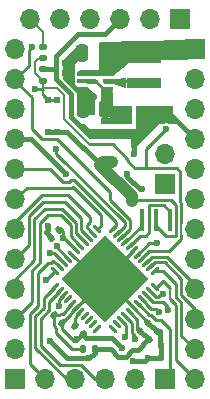
<source format=gbr>
%TF.GenerationSoftware,KiCad,Pcbnew,8.0.9-8.0.9-0~ubuntu22.04.1*%
%TF.CreationDate,2025-03-06T08:39:20+01:00*%
%TF.ProjectId,HB_Pro_Mini_ATMEGA1284P_FUEL4EP,48425f50-726f-45f4-9d69-6e695f41544d,V1.4*%
%TF.SameCoordinates,Original*%
%TF.FileFunction,Copper,L1,Top*%
%TF.FilePolarity,Positive*%
%FSLAX46Y46*%
G04 Gerber Fmt 4.6, Leading zero omitted, Abs format (unit mm)*
G04 Created by KiCad (PCBNEW 8.0.9-8.0.9-0~ubuntu22.04.1) date 2025-03-06 08:39:20*
%MOMM*%
%LPD*%
G01*
G04 APERTURE LIST*
G04 Aperture macros list*
%AMRoundRect*
0 Rectangle with rounded corners*
0 $1 Rounding radius*
0 $2 $3 $4 $5 $6 $7 $8 $9 X,Y pos of 4 corners*
0 Add a 4 corners polygon primitive as box body*
4,1,4,$2,$3,$4,$5,$6,$7,$8,$9,$2,$3,0*
0 Add four circle primitives for the rounded corners*
1,1,$1+$1,$2,$3*
1,1,$1+$1,$4,$5*
1,1,$1+$1,$6,$7*
1,1,$1+$1,$8,$9*
0 Add four rect primitives between the rounded corners*
20,1,$1+$1,$2,$3,$4,$5,0*
20,1,$1+$1,$4,$5,$6,$7,0*
20,1,$1+$1,$6,$7,$8,$9,0*
20,1,$1+$1,$8,$9,$2,$3,0*%
%AMRotRect*
0 Rectangle, with rotation*
0 The origin of the aperture is its center*
0 $1 length*
0 $2 width*
0 $3 Rotation angle, in degrees counterclockwise*
0 Add horizontal line*
21,1,$1,$2,0,0,$3*%
G04 Aperture macros list end*
%TA.AperFunction,SMDPad,CuDef*%
%ADD10RoundRect,0.140000X0.021213X-0.219203X0.219203X-0.021213X-0.021213X0.219203X-0.219203X0.021213X0*%
%TD*%
%TA.AperFunction,SMDPad,CuDef*%
%ADD11R,1.000000X1.500000*%
%TD*%
%TA.AperFunction,SMDPad,CuDef*%
%ADD12R,0.400000X1.900000*%
%TD*%
%TA.AperFunction,SMDPad,CuDef*%
%ADD13RoundRect,0.250000X0.250000X0.475000X-0.250000X0.475000X-0.250000X-0.475000X0.250000X-0.475000X0*%
%TD*%
%TA.AperFunction,SMDPad,CuDef*%
%ADD14RoundRect,0.140000X-0.219203X-0.021213X-0.021213X-0.219203X0.219203X0.021213X0.021213X0.219203X0*%
%TD*%
%TA.AperFunction,SMDPad,CuDef*%
%ADD15RoundRect,0.140000X0.170000X-0.140000X0.170000X0.140000X-0.170000X0.140000X-0.170000X-0.140000X0*%
%TD*%
%TA.AperFunction,SMDPad,CuDef*%
%ADD16RoundRect,0.100000X-0.350000X-0.100000X0.350000X-0.100000X0.350000X0.100000X-0.350000X0.100000X0*%
%TD*%
%TA.AperFunction,SMDPad,CuDef*%
%ADD17RoundRect,0.140000X-0.021213X0.219203X-0.219203X0.021213X0.021213X-0.219203X0.219203X-0.021213X0*%
%TD*%
%TA.AperFunction,SMDPad,CuDef*%
%ADD18R,0.550000X0.550000*%
%TD*%
%TA.AperFunction,ComponentPad*%
%ADD19R,1.700000X1.700000*%
%TD*%
%TA.AperFunction,ComponentPad*%
%ADD20O,1.700000X1.700000*%
%TD*%
%TA.AperFunction,SMDPad,CuDef*%
%ADD21RoundRect,0.062500X0.220971X0.309359X-0.309359X-0.220971X-0.220971X-0.309359X0.309359X0.220971X0*%
%TD*%
%TA.AperFunction,SMDPad,CuDef*%
%ADD22RoundRect,0.062500X-0.220971X0.309359X-0.309359X0.220971X0.220971X-0.309359X0.309359X-0.220971X0*%
%TD*%
%TA.AperFunction,HeatsinkPad*%
%ADD23C,0.500000*%
%TD*%
%TA.AperFunction,HeatsinkPad*%
%ADD24RotRect,5.150000X5.150000X225.000000*%
%TD*%
%TA.AperFunction,SMDPad,CuDef*%
%ADD25R,3.000000X0.900000*%
%TD*%
%TA.AperFunction,SMDPad,CuDef*%
%ADD26RoundRect,0.135000X-0.185000X0.135000X-0.185000X-0.135000X0.185000X-0.135000X0.185000X0.135000X0*%
%TD*%
%TA.AperFunction,SMDPad,CuDef*%
%ADD27RoundRect,0.135000X0.135000X0.185000X-0.135000X0.185000X-0.135000X-0.185000X0.135000X-0.185000X0*%
%TD*%
%TA.AperFunction,SMDPad,CuDef*%
%ADD28RoundRect,0.140000X0.219203X0.021213X0.021213X0.219203X-0.219203X-0.021213X-0.021213X-0.219203X0*%
%TD*%
%TA.AperFunction,ViaPad*%
%ADD29C,0.600000*%
%TD*%
%TA.AperFunction,Conductor*%
%ADD30C,0.400000*%
%TD*%
%TA.AperFunction,Conductor*%
%ADD31C,0.250000*%
%TD*%
%TA.AperFunction,Conductor*%
%ADD32C,1.000000*%
%TD*%
%TA.AperFunction,Conductor*%
%ADD33C,0.200000*%
%TD*%
G04 APERTURE END LIST*
D10*
%TO.P,C7,1*%
%TO.N,VCC*%
X11861800Y5384800D03*
%TO.P,C7,2*%
%TO.N,GND*%
X12540622Y6063622D03*
%TD*%
D11*
%TO.P,JP1,1,A*%
%TO.N,VCC*%
X11988800Y23622000D03*
%TO.P,JP1,2,B*%
%TO.N,/Vboost*%
X10688800Y23622000D03*
%TD*%
D12*
%TO.P,Y2,1,1*%
%TO.N,Net-(U1-XTAL1)*%
X11976400Y14732000D03*
%TO.P,Y2,2,2*%
%TO.N,GND*%
X13176400Y14732000D03*
%TO.P,Y2,3,3*%
%TO.N,Net-(U1-XTAL2)*%
X14376400Y14732000D03*
%TD*%
D13*
%TO.P,C2,1*%
%TO.N,V_accu*%
X8859600Y28905200D03*
%TO.P,C2,2*%
%TO.N,GND*%
X6959600Y28905200D03*
%TD*%
D14*
%TO.P,C4,1*%
%TO.N,Net-(U1-AREF)*%
X6306178Y5809622D03*
%TO.P,C4,2*%
%TO.N,GND*%
X6985000Y5130800D03*
%TD*%
D13*
%TO.P,C3,1*%
%TO.N,/Vboost*%
X8890000Y24130000D03*
%TO.P,C3,2*%
%TO.N,GND*%
X6990000Y24130000D03*
%TD*%
D15*
%TO.P,C1,1*%
%TO.N,/RSETB*%
X3606800Y28498800D03*
%TO.P,C1,2*%
%TO.N,/DTR*%
X3606800Y29458800D03*
%TD*%
D16*
%TO.P,U2,1,VIN*%
%TO.N,V_accu*%
X6944000Y27157200D03*
%TO.P,U2,2,FB*%
%TO.N,/Vboost*%
X6944000Y26507200D03*
%TO.P,U2,3,GND*%
%TO.N,GND*%
X6944000Y25857200D03*
%TO.P,U2,4,VOUT*%
%TO.N,/Vboost*%
X9144000Y25857200D03*
%TO.P,U2,5,L*%
%TO.N,/L*%
X9144000Y26507200D03*
%TO.P,U2,6,EN*%
%TO.N,V_accu*%
X9144000Y27157200D03*
%TD*%
D17*
%TO.P,C6,1*%
%TO.N,VCC*%
X4987611Y13953811D03*
%TO.P,C6,2*%
%TO.N,GND*%
X4308789Y13274989D03*
%TD*%
D18*
%TO.P,S1,A1*%
%TO.N,GND*%
X4076000Y22242000D03*
%TO.P,S1,A2*%
X4826000Y22242000D03*
%TO.P,S1,B1*%
%TO.N,/RSETB*%
X4076000Y24892000D03*
%TO.P,S1,B2*%
X4826000Y24892000D03*
%TD*%
D19*
%TO.P,J1,1,Pin_1*%
%TO.N,GND*%
X15240000Y31750000D03*
D20*
%TO.P,J1,2,Pin_2*%
X12700000Y31750000D03*
%TO.P,J1,3,Pin_3*%
%TO.N,VCC*%
X10160000Y31750000D03*
%TO.P,J1,4,Pin_4*%
%TO.N,/RXD0*%
X7620000Y31750000D03*
%TO.P,J1,5,Pin_5*%
%TO.N,/TXD0*%
X5080000Y31750000D03*
%TO.P,J1,6,Pin_6*%
%TO.N,/DTR*%
X2540000Y31750000D03*
%TD*%
D21*
%TO.P,U1,1,PB5*%
%TO.N,/MOSI*%
X13085934Y10434466D03*
%TO.P,U1,2,PB6*%
%TO.N,/MISO*%
X12732380Y10788019D03*
%TO.P,U1,3,PB7*%
%TO.N,/SCK*%
X12378827Y11141572D03*
%TO.P,U1,4,~{RESET}*%
%TO.N,/RSETB*%
X12025273Y11495126D03*
%TO.P,U1,5,VCC*%
%TO.N,VCC*%
X11671720Y11848679D03*
%TO.P,U1,6,GND*%
%TO.N,GND*%
X11318167Y12202233D03*
%TO.P,U1,7,XTAL2*%
%TO.N,Net-(U1-XTAL2)*%
X10964613Y12555786D03*
%TO.P,U1,8,XTAL1*%
%TO.N,Net-(U1-XTAL1)*%
X10611060Y12909339D03*
%TO.P,U1,9,PD0*%
%TO.N,/RXD0*%
X10257506Y13262893D03*
%TO.P,U1,10,PD1*%
%TO.N,/TXD0*%
X9903953Y13616446D03*
%TO.P,U1,11,PD2*%
%TO.N,/D2*%
X9550400Y13970000D03*
D22*
%TO.P,U1,12,PD3*%
%TO.N,/D3*%
X8224574Y13970000D03*
%TO.P,U1,13,PD4*%
%TO.N,/D4*%
X7871021Y13616446D03*
%TO.P,U1,14,PD5*%
%TO.N,/D5*%
X7517468Y13262893D03*
%TO.P,U1,15,PD6*%
%TO.N,/D6*%
X7163914Y12909339D03*
%TO.P,U1,16,PD7*%
%TO.N,/D7*%
X6810361Y12555786D03*
%TO.P,U1,17,VCC*%
%TO.N,VCC*%
X6456807Y12202233D03*
%TO.P,U1,18,GND*%
%TO.N,GND*%
X6103254Y11848679D03*
%TO.P,U1,19,PC0*%
%TO.N,/SCL*%
X5749701Y11495126D03*
%TO.P,U1,20,PC1*%
%TO.N,/SDA*%
X5396147Y11141572D03*
%TO.P,U1,21,PC2*%
%TO.N,/TCK*%
X5042594Y10788019D03*
%TO.P,U1,22,PC3*%
%TO.N,/TMS*%
X4689040Y10434466D03*
D21*
%TO.P,U1,23,PC4*%
%TO.N,/TDO*%
X4689040Y9108640D03*
%TO.P,U1,24,PC5*%
%TO.N,/TDI*%
X5042594Y8755087D03*
%TO.P,U1,25,PC6*%
%TO.N,/TOSC*%
X5396147Y8401534D03*
%TO.P,U1,26,PC7*%
%TO.N,unconnected-(U1-PC7-Pad26)*%
X5749701Y8047980D03*
%TO.P,U1,27,AVCC*%
%TO.N,/VAVCC*%
X6103254Y7694427D03*
%TO.P,U1,28,GND*%
%TO.N,GND*%
X6456807Y7340873D03*
%TO.P,U1,29,AREF*%
%TO.N,Net-(U1-AREF)*%
X6810361Y6987320D03*
%TO.P,U1,30,PA7*%
%TO.N,unconnected-(U1-PA7-Pad30)*%
X7163914Y6633767D03*
%TO.P,U1,31,PA6*%
%TO.N,unconnected-(U1-PA6-Pad31)*%
X7517468Y6280213D03*
%TO.P,U1,32,PA5*%
%TO.N,unconnected-(U1-PA5-Pad32)*%
X7871021Y5926660D03*
%TO.P,U1,33,PA4*%
%TO.N,unconnected-(U1-PA4-Pad33)*%
X8224574Y5573106D03*
D22*
%TO.P,U1,34,PA3*%
%TO.N,unconnected-(U1-PA3-Pad34)*%
X9550400Y5573106D03*
%TO.P,U1,35,PA2*%
%TO.N,unconnected-(U1-PA2-Pad35)*%
X9903953Y5926660D03*
%TO.P,U1,36,PA1*%
%TO.N,/A1*%
X10257506Y6280213D03*
%TO.P,U1,37,PA0*%
%TO.N,/A0*%
X10611060Y6633767D03*
%TO.P,U1,38,VCC*%
%TO.N,VCC*%
X10964613Y6987320D03*
%TO.P,U1,39,GND*%
%TO.N,GND*%
X11318167Y7340873D03*
%TO.P,U1,40,PB0*%
%TO.N,/T0*%
X11671720Y7694427D03*
%TO.P,U1,41,PB1*%
%TO.N,/T1*%
X12025273Y8047980D03*
%TO.P,U1,42,PB2*%
%TO.N,/A3*%
X12378827Y8401534D03*
%TO.P,U1,43,PB3*%
%TO.N,/A2*%
X12732380Y8755087D03*
%TO.P,U1,44,PB4*%
%TO.N,/SS*%
X13085934Y9108640D03*
D23*
%TO.P,U1,45,GND*%
%TO.N,GND*%
X12175534Y9771553D03*
X11353522Y10593565D03*
X10531510Y11415576D03*
X9709499Y12237588D03*
X8887487Y13059600D03*
X9709499Y10593565D03*
X11353522Y8949541D03*
X10531510Y9771553D03*
X8887487Y11415576D03*
X8065475Y12237588D03*
X10531510Y8127530D03*
X9709499Y8949541D03*
X8887487Y9771553D03*
D24*
X8887487Y9771553D03*
D23*
X8065475Y10593565D03*
X7243464Y11415576D03*
X9709499Y7305518D03*
X8887487Y8127530D03*
X7243464Y9771553D03*
X6421452Y10593565D03*
X8065475Y8949541D03*
X8887487Y6483506D03*
X8065475Y7305518D03*
X7243464Y8127530D03*
X6421452Y8949541D03*
X5599440Y9771553D03*
%TD*%
D25*
%TO.P,L1,1,1*%
%TO.N,V_accu*%
X12166600Y28490600D03*
%TO.P,L1,2,2*%
%TO.N,/L*%
X12166600Y26390600D03*
%TD*%
D26*
%TO.P,R1,1*%
%TO.N,VCC*%
X3606800Y27584400D03*
%TO.P,R1,2*%
%TO.N,/RSETB*%
X3606800Y26564400D03*
%TD*%
D10*
%TO.P,C5,1*%
%TO.N,VCC*%
X12573000Y4673600D03*
%TO.P,C5,2*%
%TO.N,GND*%
X13251822Y5352422D03*
%TD*%
D27*
%TO.P,R2,1*%
%TO.N,VCC*%
X8026400Y3860800D03*
%TO.P,R2,2*%
%TO.N,/VAVCC*%
X7006400Y3860800D03*
%TD*%
D28*
%TO.P,C8,1*%
%TO.N,GND*%
X5276222Y6052178D03*
%TO.P,C8,2*%
%TO.N,/VAVCC*%
X4597400Y6731000D03*
%TD*%
D19*
%TO.P,J4,1,Pin_1*%
%TO.N,/T0*%
X13970000Y1270000D03*
D20*
%TO.P,J4,2,Pin_2*%
%TO.N,/T1*%
X11430000Y1270000D03*
%TO.P,J4,3,Pin_3*%
%TO.N,/TDI*%
X8890000Y1270000D03*
%TO.P,J4,4,Pin_4*%
%TO.N,/TDO*%
X6350000Y1270000D03*
%TO.P,J4,5,Pin_5*%
%TO.N,/TCK*%
X3810000Y1270000D03*
%TD*%
D19*
%TO.P,J5,1,Pin_1*%
%TO.N,/SDA*%
X13970000Y17780000D03*
D20*
%TO.P,J5,2,Pin_2*%
%TO.N,/SCL*%
X13970000Y20320000D03*
%TD*%
D19*
%TO.P,J3,1,Pin_1*%
%TO.N,/TMS*%
X1270000Y1270000D03*
D20*
%TO.P,J3,2,Pin_2*%
%TO.N,/TOSC*%
X1270000Y3810000D03*
%TO.P,J3,3,Pin_3*%
%TO.N,/D7*%
X1270000Y6350000D03*
%TO.P,J3,4,Pin_4*%
%TO.N,/D6*%
X1270000Y8890000D03*
%TO.P,J3,5,Pin_5*%
%TO.N,/D5*%
X1270000Y11430000D03*
%TO.P,J3,6,Pin_6*%
%TO.N,/D4*%
X1270000Y13970000D03*
%TO.P,J3,7,Pin_7*%
%TO.N,/D3*%
X1270000Y16510000D03*
%TO.P,J3,8,Pin_8*%
%TO.N,/D2*%
X1270000Y19050000D03*
%TO.P,J3,9,Pin_9*%
%TO.N,GND*%
X1270000Y21590000D03*
%TO.P,J3,10,Pin_10*%
%TO.N,/RSETB*%
X1270000Y24130000D03*
%TO.P,J3,11,Pin_11*%
%TO.N,/RXD0*%
X1270000Y26670000D03*
%TO.P,J3,12,Pin_12*%
%TO.N,/TXD0*%
X1270000Y29210000D03*
%TD*%
D19*
%TO.P,J2,1,Pin_1*%
%TO.N,V_accu*%
X16510000Y29210000D03*
D20*
%TO.P,J2,2,Pin_2*%
%TO.N,GND*%
X16510000Y26670000D03*
%TO.P,J2,3,Pin_3*%
%TO.N,/RSETB*%
X16510000Y24130000D03*
%TO.P,J2,4,Pin_4*%
%TO.N,VCC*%
X16510000Y21590000D03*
%TO.P,J2,5,Pin_5*%
%TO.N,/A3*%
X16510000Y19050000D03*
%TO.P,J2,6,Pin_6*%
%TO.N,/A2*%
X16510000Y16510000D03*
%TO.P,J2,7,Pin_7*%
%TO.N,/A1*%
X16510000Y13970000D03*
%TO.P,J2,8,Pin_8*%
%TO.N,/A0*%
X16510000Y11430000D03*
%TO.P,J2,9,Pin_9*%
%TO.N,/SCK*%
X16510000Y8890000D03*
%TO.P,J2,10,Pin_10*%
%TO.N,/MISO*%
X16510000Y6350000D03*
%TO.P,J2,11,Pin_11*%
%TO.N,/MOSI*%
X16510000Y3810000D03*
%TO.P,J2,12,Pin_12*%
%TO.N,/SS*%
X16510000Y1270000D03*
%TD*%
D29*
%TO.N,VCC*%
X10778021Y18646905D03*
X5359400Y13258800D03*
X11303000Y20320000D03*
X4216400Y4521200D03*
X12014099Y17396529D03*
X13263940Y12801600D03*
X7569200Y3048000D03*
%TO.N,GND*%
X12496800Y3048000D03*
X13589000Y4191000D03*
X5486400Y27178000D03*
X10312400Y3962400D03*
X4038600Y14274800D03*
X8255000Y19685000D03*
X5461000Y28067000D03*
X5588000Y18643600D03*
X11176000Y16408400D03*
X11282041Y2861519D03*
X7975600Y25146000D03*
X6489700Y4737100D03*
X9448800Y19710400D03*
X13614400Y3048000D03*
%TO.N,/SCL*%
X4803035Y12599047D03*
%TO.N,/SDA*%
X4228826Y11972318D03*
%TO.N,/RSETB*%
X2946400Y25857200D03*
X14071600Y22453600D03*
%TO.N,/TXD0*%
X4746732Y20748732D03*
%TO.N,/RXD0*%
X2741386Y29385000D03*
%TO.N,/A0*%
X11404600Y4699000D03*
%TO.N,/A3*%
X14249400Y7188200D03*
%TO.N,/A1*%
X10582518Y4871627D03*
%TO.N,/A2*%
X13817600Y8509000D03*
%TO.N,/TMS*%
X3911600Y9652000D03*
%TO.N,/TOSC*%
X5014206Y7454108D03*
%TO.N,/T1*%
X13436600Y6959600D03*
%TD*%
D30*
%TO.N,VCC*%
X4761000Y27559000D02*
X4761000Y26680106D01*
D31*
X13263940Y12801600D02*
X12649200Y12801600D01*
D30*
X10623061Y3212400D02*
X11179461Y3768800D01*
X11988800Y22225000D02*
X11988800Y23622000D01*
X10778021Y18434771D02*
X10778021Y18646905D01*
X5969000Y25472106D02*
X5969000Y23499834D01*
X11303000Y21539200D02*
X11303000Y20320000D01*
D31*
X12649200Y12801600D02*
X11696279Y11848679D01*
D30*
X4419600Y27584400D02*
X3606800Y27584400D01*
X8026400Y3860800D02*
X9353339Y3860800D01*
D31*
X10964613Y6967787D02*
X11633200Y6299200D01*
X5359400Y13258800D02*
X5384800Y13258800D01*
D30*
X4761000Y26680106D02*
X5969000Y25472106D01*
X7569200Y3048000D02*
X5689600Y3048000D01*
X11179461Y3768800D02*
X11642800Y3768800D01*
X5969000Y23499834D02*
X6735834Y22733000D01*
X7493000Y22225000D02*
X6985000Y22733000D01*
X4761000Y27559000D02*
X4445000Y27559000D01*
X10001739Y3212400D02*
X10623061Y3212400D01*
X8026400Y3860800D02*
X8026400Y3505200D01*
D31*
X11633200Y6299200D02*
X11633200Y5613400D01*
D30*
X12573000Y4673600D02*
X11861800Y5384800D01*
X5689600Y3048000D02*
X4216400Y4521200D01*
X6735834Y22733000D02*
X6985000Y22733000D01*
X11988800Y22225000D02*
X11303000Y21539200D01*
D31*
X5359400Y13258800D02*
X5359400Y13861422D01*
D30*
X14478000Y23622000D02*
X16510000Y21590000D01*
X11816263Y17396529D02*
X10778021Y18434771D01*
D31*
X11696279Y11848679D02*
X11671720Y11848679D01*
X6441367Y12202233D02*
X6456807Y12202233D01*
D30*
X11988800Y23622000D02*
X14478000Y23622000D01*
X4445000Y27559000D02*
X4419600Y27584400D01*
X11988800Y22225000D02*
X7493000Y22225000D01*
X11642800Y3768800D02*
X12547600Y4673600D01*
X12014099Y17396529D02*
X11816263Y17396529D01*
D31*
X11633200Y5613400D02*
X11861800Y5384800D01*
D30*
X6624000Y30500000D02*
X4761000Y28637000D01*
X8910000Y30500000D02*
X6624000Y30500000D01*
D31*
X5359400Y13861422D02*
X5114611Y14106211D01*
D30*
X9353339Y3860800D02*
X10001739Y3212400D01*
X8026400Y3505200D02*
X7569200Y3048000D01*
D31*
X10964613Y6987320D02*
X10964613Y6967787D01*
D30*
X4761000Y28637000D02*
X4761000Y27559000D01*
X10160000Y31750000D02*
X8910000Y30500000D01*
D31*
X5384800Y13258800D02*
X6441367Y12202233D01*
D30*
%TO.N,GND*%
X8255000Y19685000D02*
X8483600Y19456400D01*
X13589000Y4191000D02*
X13589000Y3073400D01*
D31*
X6456807Y7340873D02*
X6451873Y7340873D01*
D30*
X6434122Y25857200D02*
X6094000Y26197322D01*
D31*
X11318167Y7340873D02*
X11318167Y7286077D01*
X6103254Y11848679D02*
X8180380Y9771553D01*
D30*
X6944000Y25857200D02*
X6434122Y25857200D01*
X13251822Y5352422D02*
X12540622Y6063622D01*
D32*
X11176000Y16764000D02*
X8483600Y19456400D01*
D30*
X12310319Y2861519D02*
X11282041Y2861519D01*
X9474778Y4800022D02*
X10312400Y3962400D01*
D31*
X6044923Y6820879D02*
X5276222Y6052178D01*
X6044923Y6933923D02*
X6044923Y6820879D01*
X11318167Y7286077D02*
X12540622Y6063622D01*
X11224600Y16457000D02*
X11176000Y16408400D01*
D30*
X13251822Y5352422D02*
X13570578Y5352422D01*
X5740400Y26924000D02*
X5486400Y27178000D01*
X6944000Y25857200D02*
X6944000Y24176000D01*
X13589000Y3073400D02*
X13614400Y3048000D01*
X4076000Y22242000D02*
X4826000Y22242000D01*
D31*
X5276222Y6052178D02*
X5276222Y5569578D01*
D30*
X8255000Y19685000D02*
X9423400Y19685000D01*
X7975600Y25146000D02*
X6990000Y25146000D01*
X13614400Y3048000D02*
X12496800Y3048000D01*
X6094000Y26197322D02*
X6094000Y26924000D01*
X2641600Y21590000D02*
X5588000Y18643600D01*
X4826000Y22242000D02*
X5698000Y22242000D01*
D31*
X5276222Y5569578D02*
X6299200Y4546600D01*
X6990000Y24130000D02*
X6990000Y25146000D01*
D30*
X7315778Y4800022D02*
X9474778Y4800022D01*
D32*
X8737600Y19710400D02*
X8483600Y19456400D01*
D30*
X4038600Y13902200D02*
X4038600Y14274800D01*
X6094000Y26924000D02*
X5740400Y26924000D01*
D31*
X14451400Y16457000D02*
X11224600Y16457000D01*
X11318167Y7340873D02*
X8887487Y9771553D01*
X6451873Y7340873D02*
X6044923Y6933923D01*
D30*
X4318000Y13301200D02*
X3877800Y13741400D01*
X5488400Y28039600D02*
X5461000Y28067000D01*
X9423400Y19685000D02*
X9448800Y19710400D01*
X6094000Y28039600D02*
X5488400Y28039600D01*
X1270000Y21590000D02*
X2641600Y21590000D01*
X6985000Y5130800D02*
X7315778Y4800022D01*
X5698000Y22242000D02*
X8255000Y19685000D01*
X3877800Y13741400D02*
X4038600Y13902200D01*
X13570578Y5352422D02*
X13570578Y4209422D01*
D31*
X11318167Y12202233D02*
X8887487Y9771553D01*
X6400800Y4546600D02*
X6985000Y5130800D01*
D32*
X9448800Y19710400D02*
X8737600Y19710400D01*
D31*
X14901400Y16007000D02*
X14451400Y16457000D01*
D30*
X12496800Y3048000D02*
X12310319Y2861519D01*
D31*
X13176400Y14297493D02*
X14016893Y13457000D01*
X6990000Y25146000D02*
X6990000Y25811200D01*
D30*
X13570578Y4209422D02*
X13589000Y4191000D01*
D32*
X11176000Y16408400D02*
X11176000Y16764000D01*
D31*
X6299200Y4546600D02*
X6400800Y4546600D01*
X6456807Y7340873D02*
X8887487Y9771553D01*
D30*
X6094000Y26924000D02*
X6094000Y28039600D01*
D31*
X14901400Y13457000D02*
X14901400Y16007000D01*
X14016893Y13457000D02*
X14901400Y13457000D01*
D30*
X6094000Y28039600D02*
X6959600Y28905200D01*
D31*
%TO.N,/SCL*%
X5749701Y11496899D02*
X4803035Y12443565D01*
X4803035Y12443565D02*
X4803035Y12599047D01*
%TO.N,/SDA*%
X5393828Y11141572D02*
X4563082Y11972318D01*
X4563082Y11972318D02*
X4228826Y11972318D01*
%TO.N,/RSETB*%
X4076000Y24892000D02*
X4826000Y24892000D01*
X2946400Y25857200D02*
X3556000Y25857200D01*
D33*
X4826000Y25908000D02*
X3606800Y25908000D01*
D31*
X9525000Y21209000D02*
X10871200Y19862800D01*
X12649200Y12141200D02*
X14301596Y12141200D01*
D33*
X3606800Y28498800D02*
X3296801Y28498800D01*
D31*
X15255400Y16289396D02*
X15351400Y16193396D01*
D33*
X15351400Y13466899D02*
X15326400Y13491899D01*
X5401000Y25333000D02*
X4826000Y25908000D01*
X3296801Y28498800D02*
X2946400Y28148399D01*
D31*
X12395200Y19145000D02*
X12395200Y20777200D01*
X12395200Y19145000D02*
X14955000Y19145000D01*
X14301596Y12141200D02*
X15351400Y13191004D01*
D33*
X5401000Y23360727D02*
X5401000Y25333000D01*
D31*
X11385800Y19145000D02*
X12395200Y19145000D01*
D33*
X2946400Y28148399D02*
X2946400Y27224800D01*
D31*
X3606800Y25361200D02*
X4076000Y24892000D01*
X7552727Y21209000D02*
X9525000Y21209000D01*
D33*
X15326400Y14453000D02*
X15351400Y14478000D01*
D31*
X12025273Y11495126D02*
X12025273Y11517273D01*
D33*
X3606800Y26564400D02*
X3606800Y25908000D01*
D31*
X3556000Y25857200D02*
X3606800Y25806400D01*
D33*
X2946400Y27224800D02*
X3606800Y26564400D01*
D31*
X15255400Y18844600D02*
X15255400Y16289396D01*
X12025273Y11517273D02*
X12649200Y12141200D01*
D33*
X3606800Y25806400D02*
X3606800Y25361200D01*
D31*
X15351400Y13191004D02*
X15351400Y13466899D01*
D33*
X7552727Y21209000D02*
X5401000Y23360727D01*
D31*
X10871200Y19659600D02*
X11385800Y19145000D01*
X15351400Y16193396D02*
X15351400Y14478000D01*
D33*
X3606800Y25908000D02*
X3606800Y25806400D01*
D31*
X10871200Y19862800D02*
X10871200Y19659600D01*
X12395200Y20777200D02*
X14071600Y22453600D01*
D33*
X15326400Y13491899D02*
X15326400Y14453000D01*
D31*
X14955000Y19145000D02*
X15255400Y18844600D01*
D33*
%TO.N,/DTR*%
X2540000Y31750000D02*
X3606800Y30683200D01*
X3606800Y30683200D02*
X3606800Y29458800D01*
D31*
%TO.N,Net-(U1-XTAL1)*%
X10611060Y12909339D02*
X11976400Y14274679D01*
%TO.N,Net-(U1-XTAL2)*%
X13851400Y16007000D02*
X12651400Y16007000D01*
X12651400Y16007000D02*
X12649200Y16004800D01*
X12649200Y13752642D02*
X12333158Y13436600D01*
X14376400Y15482000D02*
X13851400Y16007000D01*
X12333158Y13436600D02*
X11845427Y13436600D01*
X11845427Y13436600D02*
X10964613Y12555786D01*
X12649200Y16004800D02*
X12649200Y13752642D01*
%TO.N,Net-(U1-AREF)*%
X6306178Y5809622D02*
X6306178Y6445738D01*
X6306178Y6445738D02*
X6477277Y6616837D01*
X6458578Y6635537D02*
X6810361Y6987320D01*
%TO.N,/VAVCC*%
X4589275Y6722875D02*
X4589275Y5770387D01*
X5613400Y7188200D02*
X5613400Y7061200D01*
X5331308Y6779108D02*
X5098525Y6779108D01*
X5613400Y7061200D02*
X5331308Y6779108D01*
X6103254Y7694427D02*
X6103254Y7678054D01*
X6103254Y7678054D02*
X5613400Y7188200D01*
X5050417Y6731000D02*
X4597400Y6731000D01*
X5098525Y6779108D02*
X5050417Y6731000D01*
X4737468Y5622194D02*
X4737468Y5244732D01*
X4737468Y5244732D02*
X6121400Y3860800D01*
X6121400Y3860800D02*
X7006400Y3860800D01*
X4589275Y5770387D02*
X4737468Y5622194D01*
%TO.N,/TXD0*%
X10538117Y14591692D02*
X10538117Y14250610D01*
X10538117Y14250610D02*
X9903953Y13616446D01*
X4746732Y20383077D02*
X10538117Y14591692D01*
X4746732Y20748732D02*
X4746732Y20383077D01*
%TO.N,/RXD0*%
X2666805Y22510457D02*
X3543662Y21633600D01*
X2445000Y27845000D02*
X2445000Y29088614D01*
X9335000Y17115059D02*
X9335000Y16431205D01*
X4816459Y21633600D02*
X9335000Y17115059D01*
X3543662Y21633600D02*
X4816459Y21633600D01*
X1270000Y26670000D02*
X2445000Y27845000D01*
X9335000Y16431205D02*
X10988117Y14778088D01*
X10988117Y13993504D02*
X10257506Y13262893D01*
X10988117Y14778088D02*
X10988117Y13993504D01*
X1270000Y26579005D02*
X2666805Y25182200D01*
X2666805Y25182200D02*
X2666805Y22510457D01*
X2445000Y29088614D02*
X2741386Y29385000D01*
%TO.N,/MOSI*%
X16510000Y3810000D02*
X15335000Y4985000D01*
X15335000Y4985000D02*
X15335000Y7766903D01*
X14867200Y8234703D02*
X14867200Y9364400D01*
X15335000Y7766903D02*
X14867200Y8234703D01*
X13085934Y10434466D02*
X13797134Y10434466D01*
X13797134Y10434466D02*
X14867200Y9364400D01*
%TO.N,/A0*%
X11174853Y5216149D02*
X11404600Y4986402D01*
X11174853Y6071747D02*
X11174853Y5216149D01*
X10612833Y6633767D02*
X11174853Y6071747D01*
X11404600Y4986402D02*
X11404600Y4699000D01*
%TO.N,/A3*%
X14249400Y7366000D02*
X13803910Y7811490D01*
X12968871Y7811490D02*
X12378827Y8401534D01*
X14249400Y7188200D02*
X14249400Y7366000D01*
X13803910Y7811490D02*
X12968871Y7811490D01*
%TO.N,/SCK*%
X12880282Y11643027D02*
X12378827Y11141572D01*
X14112573Y11643027D02*
X12880282Y11643027D01*
X16510000Y9245600D02*
X14112573Y11643027D01*
%TO.N,/A1*%
X10700600Y5359400D02*
X10700600Y4989709D01*
X10700600Y4989709D02*
X10582518Y4871627D01*
X10693400Y5842000D02*
X10693400Y5366600D01*
X10257506Y6277894D02*
X10693400Y5842000D01*
X10693400Y5366600D02*
X10700600Y5359400D01*
%TO.N,/A2*%
X13341490Y8280400D02*
X13207067Y8280400D01*
X13360400Y8261490D02*
X13341490Y8280400D01*
X13607910Y8509000D02*
X13360400Y8261490D01*
X13817600Y8509000D02*
X13607910Y8509000D01*
X12732380Y8755087D02*
X13207067Y8280400D01*
%TO.N,/SS*%
X14885000Y2895000D02*
X16510000Y1270000D01*
X14885000Y7580507D02*
X14885000Y2895000D01*
X14417200Y8048307D02*
X14885000Y7580507D01*
X13299640Y9108640D02*
X13817600Y9626600D01*
X13817600Y9626600D02*
X14417200Y9027000D01*
X13085934Y9108640D02*
X13299640Y9108640D01*
D33*
X14417200Y9027000D02*
X14417200Y8048307D01*
D31*
%TO.N,/MISO*%
X13137388Y11193027D02*
X12732380Y10788019D01*
X13926177Y11193027D02*
X13137388Y11193027D01*
X16510000Y6350000D02*
X16510000Y7228299D01*
X15335000Y8403299D02*
X15335000Y9784204D01*
X16510000Y7228299D02*
X15335000Y8403299D01*
X15335000Y9784204D02*
X13926177Y11193027D01*
%TO.N,/TMS*%
X4683833Y10424233D02*
X3911600Y9652000D01*
%TO.N,/D6*%
X1270000Y8890000D02*
X1270000Y9722008D01*
X2902800Y14815400D02*
X3784600Y15697200D01*
X6426200Y13647053D02*
X7163914Y12909339D01*
X2902800Y11354808D02*
X2902800Y14815400D01*
X5283200Y15697200D02*
X6426200Y14554200D01*
X1270000Y9722008D02*
X2902800Y11354808D01*
X3784600Y15697200D02*
X5283200Y15697200D01*
X6426200Y14554200D02*
X6426200Y13647053D01*
%TO.N,/D5*%
X6883400Y14935200D02*
X6883400Y13896961D01*
X6883400Y13896961D02*
X7517468Y13262893D01*
X3632200Y16281400D02*
X5537200Y16281400D01*
X2452800Y15102000D02*
X3632200Y16281400D01*
X2452800Y12612800D02*
X2452800Y15102000D01*
X1270000Y11430000D02*
X2452800Y12612800D01*
X5537200Y16281400D02*
X6883400Y14935200D01*
%TO.N,/D4*%
X1270000Y14605000D02*
X3556000Y16891000D01*
X3556000Y16891000D02*
X5743474Y16891000D01*
X5743474Y16891000D02*
X7594600Y15039874D01*
X7594600Y14637600D02*
X7333400Y14376400D01*
X7333400Y14155000D02*
X7871021Y13617379D01*
X7333400Y14376400D02*
X7333400Y14155000D01*
X7594600Y15039874D02*
X7594600Y14637600D01*
%TO.N,/D7*%
X3352800Y14478000D02*
X3352800Y11151996D01*
X5969000Y13397147D02*
X5969000Y14325600D01*
X6810361Y12555786D02*
X5969000Y13397147D01*
X2722739Y10521935D02*
X2722739Y7802739D01*
X4038600Y15163800D02*
X3352800Y14478000D01*
X3352800Y11151996D02*
X2722739Y10521935D01*
X2722739Y7802739D02*
X1270000Y6350000D01*
X5130800Y15163800D02*
X4038600Y15163800D01*
X5969000Y14325600D02*
X5130800Y15163800D01*
%TO.N,/D3*%
X6066391Y17531000D02*
X6189808Y17531000D01*
X1270000Y16510000D02*
X2278600Y17518600D01*
X8514207Y15206601D02*
X8514207Y14259633D01*
X2278600Y17518600D02*
X6053991Y17518600D01*
X8514207Y14259633D02*
X8224574Y13970000D01*
X6053991Y17518600D02*
X6066391Y17531000D01*
X6189808Y17531000D02*
X8514207Y15206601D01*
%TO.N,/TOSC*%
X4978400Y8001000D02*
X5014206Y7965194D01*
X5014206Y7965194D02*
X5014206Y7454108D01*
X5378934Y8401534D02*
X4978400Y8001000D01*
X5396147Y8401534D02*
X5378934Y8401534D01*
%TO.N,/D2*%
X9840033Y14259633D02*
X9550400Y13970000D01*
X5308405Y17968600D02*
X5867595Y17968600D01*
X9840033Y14568343D02*
X9840033Y14259633D01*
X6017595Y18118600D02*
X6289776Y18118600D01*
X1270000Y19050000D02*
X4227005Y19050000D01*
X5867595Y17968600D02*
X6017595Y18118600D01*
X4227005Y19050000D02*
X5308405Y17968600D01*
X6289776Y18118600D02*
X9840033Y14568343D01*
%TO.N,/T1*%
X13173400Y7222800D02*
X12819196Y7222800D01*
X12369804Y7703449D02*
X12025273Y8047980D01*
X12819196Y7222800D02*
X12369804Y7672192D01*
X13436600Y6959600D02*
X13173400Y7222800D01*
X12369804Y7672192D02*
X12369804Y7703449D01*
%TO.N,/T0*%
X12649200Y6756400D02*
X12750800Y6756400D01*
X12750800Y6756400D02*
X13197642Y6309558D01*
X11781884Y7623716D02*
X12649200Y6756400D01*
X13665262Y6309558D02*
X14391800Y5583020D01*
X13197642Y6309558D02*
X13665262Y6309558D01*
X14391800Y5583020D02*
X14391800Y1691800D01*
%TO.N,/TCK*%
X3236600Y10263564D02*
X4095353Y11122317D01*
X3810000Y1270000D02*
X2537468Y2542532D01*
X4521200Y11328400D02*
X4315117Y11122317D01*
X3236600Y7498590D02*
X3236600Y10263564D01*
X2537468Y2542532D02*
X2537468Y6799458D01*
X5042594Y10807006D02*
X4521200Y11328400D01*
X5042594Y10788019D02*
X5042594Y10807006D01*
X4315117Y11122317D02*
X4095353Y11122317D01*
X2537468Y6799458D02*
X3236600Y7498590D01*
%TO.N,/TDO*%
X5638800Y1270000D02*
X6350000Y1270000D01*
X4241800Y8686800D02*
X3701000Y8146000D01*
X4267200Y8686800D02*
X4241800Y8686800D01*
X3701000Y7326594D02*
X2987468Y6613062D01*
X3701000Y8146000D02*
X3701000Y7326594D01*
X4689040Y9108640D02*
X4267200Y8686800D01*
X2987468Y6613062D02*
X2987468Y3921332D01*
X2987468Y3921332D02*
X5638800Y1270000D01*
%TO.N,/TDI*%
X5080000Y2489200D02*
X3437468Y4131732D01*
X8890000Y1270000D02*
X8077200Y1270000D01*
X6858000Y2489200D02*
X5080000Y2489200D01*
X3437468Y4131732D02*
X3437468Y6426666D01*
X3437468Y6426666D02*
X4151000Y7140198D01*
X4151000Y7140198D02*
X4151000Y7859400D01*
X8077200Y1270000D02*
X6858000Y2489200D01*
X5042594Y8750994D02*
X5042594Y8755087D01*
X4151000Y7859400D02*
X5042594Y8750994D01*
%TO.N,V_accu*%
X8859600Y27441600D02*
X9144000Y27157200D01*
X12166600Y28490600D02*
X15790600Y28490600D01*
X8859600Y28905200D02*
X8859600Y27441600D01*
X6944000Y27157200D02*
X9144000Y27157200D01*
X10477400Y28490600D02*
X12166600Y28490600D01*
X9144000Y27157200D02*
X10477400Y28490600D01*
%TO.N,/Vboost*%
X8740188Y25857200D02*
X9144000Y25857200D01*
X8090188Y26507200D02*
X8740188Y25857200D01*
X6944000Y26507200D02*
X8090188Y26507200D01*
X9144000Y25857200D02*
X9144000Y24384000D01*
X9398000Y23622000D02*
X8890000Y24130000D01*
X10688800Y23622000D02*
X9398000Y23622000D01*
%TO.N,/L*%
X9144000Y26507200D02*
X12050000Y26507200D01*
%TD*%
%TA.AperFunction,Conductor*%
%TO.N,/L*%
G36*
X10663684Y26818531D02*
G01*
X10667930Y26810821D01*
X10668000Y26809551D01*
X10668000Y25974527D01*
X10664632Y25966395D01*
X10656500Y25963027D01*
X10653016Y25963567D01*
X9550400Y26314400D01*
X9550399Y26314400D01*
X8799900Y26314400D01*
X8791768Y26317768D01*
X8788400Y26325900D01*
X8788400Y26709300D01*
X8791768Y26717432D01*
X8799900Y26720800D01*
X9753603Y26720800D01*
X10655230Y26820981D01*
X10663684Y26818531D01*
G37*
%TD.AperFunction*%
%TD*%
%TA.AperFunction,Conductor*%
%TO.N,GND*%
G36*
X6603344Y29574080D02*
G01*
X6606642Y29567218D01*
X6730274Y28454528D01*
X6727824Y28446074D01*
X6725744Y28444058D01*
X6223000Y28067000D01*
X6223000Y26416000D01*
X6336832Y26245250D01*
X6337782Y26243518D01*
X6341793Y26234436D01*
X6347737Y26228491D01*
X6349173Y26226739D01*
X6476999Y26035000D01*
X6477000Y26035000D01*
X7361966Y26035000D01*
X7369150Y26032480D01*
X7996684Y25530452D01*
X8000930Y25522742D01*
X8001000Y25521472D01*
X8001000Y23633500D01*
X7997632Y23625368D01*
X7989500Y23622000D01*
X6488500Y23622000D01*
X6480368Y23625368D01*
X6477000Y23633500D01*
X6477000Y25526998D01*
X6477000Y25527000D01*
X6295322Y25708677D01*
X6293506Y25711044D01*
X6289480Y25718019D01*
X5337368Y26670131D01*
X5334000Y26678263D01*
X5334000Y28316236D01*
X5337368Y28324368D01*
X6587080Y29574080D01*
X6595212Y29577448D01*
X6603344Y29574080D01*
G37*
%TD.AperFunction*%
%TD*%
%TA.AperFunction,Conductor*%
%TO.N,V_accu*%
G36*
X15689231Y29951299D02*
G01*
X15735890Y29899291D01*
X15748000Y29845843D01*
X15748000Y28572000D01*
X15728315Y28504961D01*
X15675511Y28459206D01*
X15624000Y28448000D01*
X13716000Y28448000D01*
X13498811Y28122217D01*
X13445246Y28077356D01*
X13395637Y28067000D01*
X10922000Y28067000D01*
X9994334Y27308000D01*
X9562069Y26954329D01*
X9497719Y26927112D01*
X9483548Y26926300D01*
X8799900Y26926300D01*
X8793838Y26925703D01*
X8793833Y26925744D01*
X8776124Y26924000D01*
X6728000Y26924000D01*
X6660961Y26943685D01*
X6615206Y26996489D01*
X6604000Y27048000D01*
X6604000Y27308000D01*
X6623685Y27375039D01*
X6676489Y27420794D01*
X6728000Y27432000D01*
X8382000Y27432000D01*
X8382000Y29723119D01*
X8401685Y29790158D01*
X8454489Y29835913D01*
X8503862Y29847101D01*
X15621862Y29969825D01*
X15689231Y29951299D01*
G37*
%TD.AperFunction*%
%TD*%
%TA.AperFunction,Conductor*%
%TO.N,VCC*%
G36*
X14677832Y24380632D02*
G01*
X14681200Y24372500D01*
X14681200Y23622000D01*
X15135032Y23168168D01*
X15138400Y23160036D01*
X15138400Y22871500D01*
X15135032Y22863368D01*
X15126900Y22860000D01*
X14368359Y22860000D01*
X14362142Y22861826D01*
X14346309Y22872001D01*
X14281653Y22913553D01*
X14184109Y22942194D01*
X14143562Y22954100D01*
X14143561Y22954100D01*
X13999639Y22954100D01*
X13999638Y22954100D01*
X13942236Y22937245D01*
X13861547Y22913553D01*
X13861545Y22913552D01*
X13781058Y22861826D01*
X13774841Y22860000D01*
X13512800Y22860000D01*
X11441788Y20839500D01*
X11433351Y20831269D01*
X11425320Y20828000D01*
X11136700Y20828000D01*
X11128568Y20831368D01*
X11125200Y20839500D01*
X11125200Y21589999D01*
X11125200Y21590000D01*
X11125199Y21590000D01*
X7624764Y21590000D01*
X7616632Y21593368D01*
X6471232Y22738768D01*
X6467864Y22746900D01*
X6471232Y22755032D01*
X6479364Y22758400D01*
X7209346Y22758400D01*
X7216830Y22755631D01*
X7236504Y22738768D01*
X7569200Y22453600D01*
X11480799Y22453600D01*
X11480800Y22453600D01*
X11480800Y22860500D01*
X11484168Y22868632D01*
X11492300Y22872000D01*
X11863799Y22872000D01*
X11863800Y22872001D01*
X11863800Y23496999D01*
X12113800Y23496999D01*
X12113800Y22872001D01*
X12113801Y22872000D01*
X12488799Y22872000D01*
X12488800Y22872001D01*
X12488800Y23496999D01*
X12488799Y23497000D01*
X12113801Y23497000D01*
X12113800Y23496999D01*
X11863800Y23496999D01*
X11863800Y23610500D01*
X11867168Y23618632D01*
X11875300Y23622000D01*
X11988799Y23622000D01*
X11988800Y23622001D01*
X11988800Y23735500D01*
X11992168Y23743632D01*
X12000300Y23747000D01*
X12488799Y23747000D01*
X12488800Y23747001D01*
X12488800Y24372500D01*
X12492168Y24380632D01*
X12500300Y24384000D01*
X14669700Y24384000D01*
X14677832Y24380632D01*
G37*
%TD.AperFunction*%
%TD*%
%TA.AperFunction,Conductor*%
%TO.N,/Vboost*%
G36*
X8131368Y26666632D02*
G01*
X8523061Y26274936D01*
X8525449Y26271449D01*
X8541791Y26234439D01*
X8541793Y26234436D01*
X8621236Y26154993D01*
X8621239Y26154991D01*
X8658249Y26138649D01*
X8661736Y26136261D01*
X8740049Y26057949D01*
X8743417Y26049817D01*
X8740049Y26041685D01*
X8738306Y26040255D01*
X8721905Y26029297D01*
X8721902Y26029294D01*
X8699803Y25996219D01*
X8699801Y25996214D01*
X8694000Y25967048D01*
X8694000Y25747352D01*
X8699801Y25718184D01*
X8699803Y25718180D01*
X8721902Y25685105D01*
X8721905Y25685102D01*
X8754980Y25663003D01*
X8754985Y25663001D01*
X8784151Y25657200D01*
X9503848Y25657200D01*
X9511258Y25658674D01*
X9519890Y25656956D01*
X9524779Y25649637D01*
X9525000Y25647395D01*
X9525000Y24384000D01*
X10177300Y24384000D01*
X10185432Y24380632D01*
X10188800Y24372500D01*
X10188800Y23747001D01*
X10188801Y23747000D01*
X10677300Y23747000D01*
X10685432Y23743632D01*
X10688800Y23735500D01*
X10688800Y23508500D01*
X10685432Y23500368D01*
X10677300Y23497000D01*
X10188801Y23497000D01*
X10188800Y23496999D01*
X10188800Y22871500D01*
X10185432Y22863368D01*
X10177300Y22860000D01*
X8520500Y22860000D01*
X8512368Y22863368D01*
X8509000Y22871500D01*
X8509000Y23420343D01*
X8512368Y23428475D01*
X8520500Y23431843D01*
X8526889Y23429905D01*
X8542453Y23419506D01*
X8542457Y23419504D01*
X8615378Y23405000D01*
X9164622Y23405000D01*
X9237542Y23419504D01*
X9237546Y23419506D01*
X9320238Y23474758D01*
X9320241Y23474761D01*
X9375493Y23557453D01*
X9375495Y23557457D01*
X9390000Y23630377D01*
X9390000Y24629622D01*
X9375495Y24702542D01*
X9375493Y24702546D01*
X9320241Y24785238D01*
X9320238Y24785241D01*
X9237546Y24840493D01*
X9237542Y24840495D01*
X9164622Y24855000D01*
X8615378Y24855000D01*
X8542457Y24840495D01*
X8542454Y24840493D01*
X8526889Y24830093D01*
X8518257Y24828376D01*
X8510938Y24833266D01*
X8509000Y24839655D01*
X8509000Y25907998D01*
X8509000Y25908000D01*
X8128000Y26289000D01*
X8127998Y26289000D01*
X7329111Y26289000D01*
X7320979Y26292368D01*
X7317611Y26300500D01*
X7320979Y26308632D01*
X7326868Y26311779D01*
X7333014Y26313001D01*
X7333019Y26313003D01*
X7366094Y26335102D01*
X7366097Y26335105D01*
X7388196Y26368180D01*
X7388198Y26368185D01*
X7393999Y26397351D01*
X7393999Y26617047D01*
X7388198Y26646215D01*
X7388196Y26646219D01*
X7384260Y26652111D01*
X7382543Y26660744D01*
X7387433Y26668062D01*
X7393822Y26670000D01*
X8123236Y26670000D01*
X8131368Y26666632D01*
G37*
%TD.AperFunction*%
%TD*%
M02*

</source>
